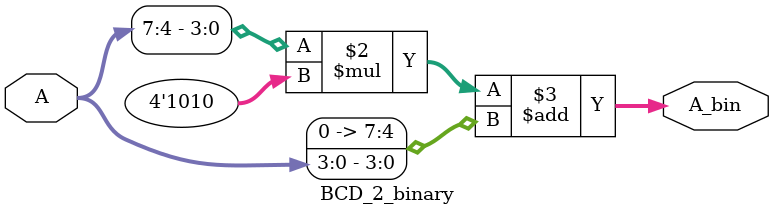
<source format=v>
`timescale 1ns / 1ps


module BCD_2_binary(input [7:0] A,//largest A is 2
    output reg [7:0] A_bin
    );
    always @ * begin
        A_bin = (A[7:4] * 4'b1010) + {4'b0, A[3:0]};
    end
endmodule

</source>
